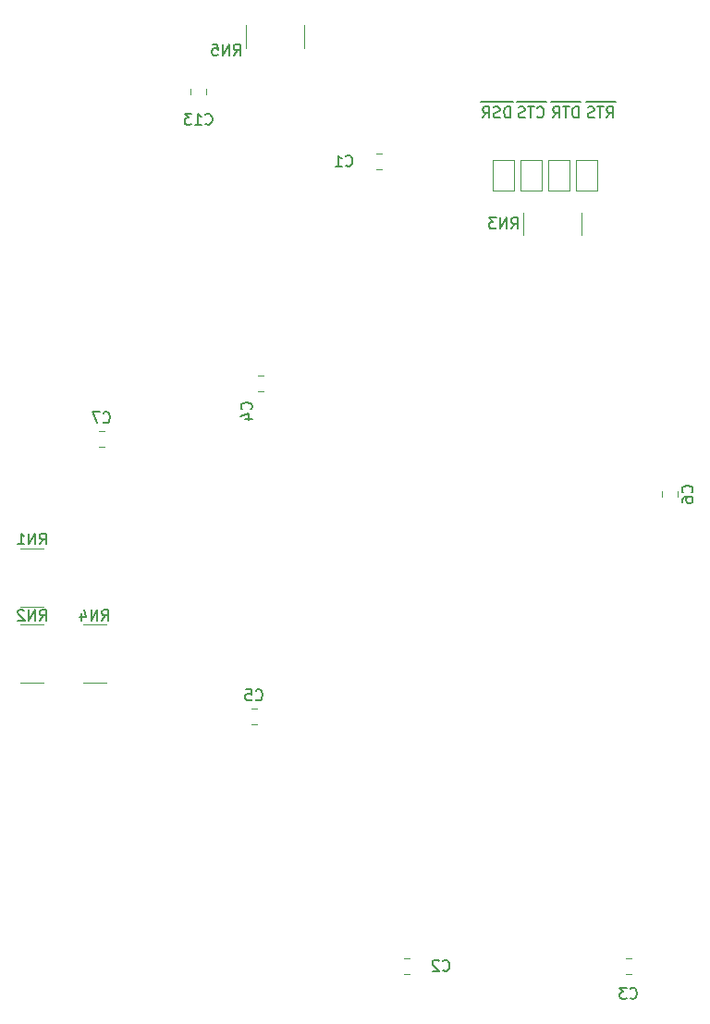
<source format=gbr>
G04 #@! TF.GenerationSoftware,KiCad,Pcbnew,(5.1.4)-1*
G04 #@! TF.CreationDate,2020-07-02T19:24:17-04:00*
G04 #@! TF.ProjectId,CPU8085,43505538-3038-4352-9e6b-696361645f70,A*
G04 #@! TF.SameCoordinates,Original*
G04 #@! TF.FileFunction,Legend,Bot*
G04 #@! TF.FilePolarity,Positive*
%FSLAX46Y46*%
G04 Gerber Fmt 4.6, Leading zero omitted, Abs format (unit mm)*
G04 Created by KiCad (PCBNEW (5.1.4)-1) date 2020-07-02 19:24:17*
%MOMM*%
%LPD*%
G04 APERTURE LIST*
%ADD10C,0.200000*%
%ADD11C,0.120000*%
%ADD12C,0.150000*%
G04 APERTURE END LIST*
D10*
X96607142Y-47915000D02*
X95607142Y-47915000D01*
X95797619Y-49252142D02*
X95845238Y-49299761D01*
X95988095Y-49347380D01*
X96083333Y-49347380D01*
X96226190Y-49299761D01*
X96321428Y-49204523D01*
X96369047Y-49109285D01*
X96416666Y-48918809D01*
X96416666Y-48775952D01*
X96369047Y-48585476D01*
X96321428Y-48490238D01*
X96226190Y-48395000D01*
X96083333Y-48347380D01*
X95988095Y-48347380D01*
X95845238Y-48395000D01*
X95797619Y-48442619D01*
X95607142Y-47915000D02*
X94845238Y-47915000D01*
X95511904Y-48347380D02*
X94940476Y-48347380D01*
X95226190Y-49347380D02*
X95226190Y-48347380D01*
X94845238Y-47915000D02*
X93892857Y-47915000D01*
X94654761Y-49299761D02*
X94511904Y-49347380D01*
X94273809Y-49347380D01*
X94178571Y-49299761D01*
X94130952Y-49252142D01*
X94083333Y-49156904D01*
X94083333Y-49061666D01*
X94130952Y-48966428D01*
X94178571Y-48918809D01*
X94273809Y-48871190D01*
X94464285Y-48823571D01*
X94559523Y-48775952D01*
X94607142Y-48728333D01*
X94654761Y-48633095D01*
X94654761Y-48537857D01*
X94607142Y-48442619D01*
X94559523Y-48395000D01*
X94464285Y-48347380D01*
X94226190Y-48347380D01*
X94083333Y-48395000D01*
X93551190Y-47915000D02*
X92551190Y-47915000D01*
X93313095Y-49347380D02*
X93313095Y-48347380D01*
X93075000Y-48347380D01*
X92932142Y-48395000D01*
X92836904Y-48490238D01*
X92789285Y-48585476D01*
X92741666Y-48775952D01*
X92741666Y-48918809D01*
X92789285Y-49109285D01*
X92836904Y-49204523D01*
X92932142Y-49299761D01*
X93075000Y-49347380D01*
X93313095Y-49347380D01*
X92551190Y-47915000D02*
X91598809Y-47915000D01*
X92360714Y-49299761D02*
X92217857Y-49347380D01*
X91979761Y-49347380D01*
X91884523Y-49299761D01*
X91836904Y-49252142D01*
X91789285Y-49156904D01*
X91789285Y-49061666D01*
X91836904Y-48966428D01*
X91884523Y-48918809D01*
X91979761Y-48871190D01*
X92170238Y-48823571D01*
X92265476Y-48775952D01*
X92313095Y-48728333D01*
X92360714Y-48633095D01*
X92360714Y-48537857D01*
X92313095Y-48442619D01*
X92265476Y-48395000D01*
X92170238Y-48347380D01*
X91932142Y-48347380D01*
X91789285Y-48395000D01*
X91598809Y-47915000D02*
X90598809Y-47915000D01*
X90789285Y-49347380D02*
X91122619Y-48871190D01*
X91360714Y-49347380D02*
X91360714Y-48347380D01*
X90979761Y-48347380D01*
X90884523Y-48395000D01*
X90836904Y-48442619D01*
X90789285Y-48537857D01*
X90789285Y-48680714D01*
X90836904Y-48775952D01*
X90884523Y-48823571D01*
X90979761Y-48871190D01*
X91360714Y-48871190D01*
X99805952Y-47915000D02*
X98805952Y-47915000D01*
X99567857Y-49347380D02*
X99567857Y-48347380D01*
X99329761Y-48347380D01*
X99186904Y-48395000D01*
X99091666Y-48490238D01*
X99044047Y-48585476D01*
X98996428Y-48775952D01*
X98996428Y-48918809D01*
X99044047Y-49109285D01*
X99091666Y-49204523D01*
X99186904Y-49299761D01*
X99329761Y-49347380D01*
X99567857Y-49347380D01*
X98805952Y-47915000D02*
X98044047Y-47915000D01*
X98710714Y-48347380D02*
X98139285Y-48347380D01*
X98425000Y-49347380D02*
X98425000Y-48347380D01*
X98044047Y-47915000D02*
X97044047Y-47915000D01*
X97234523Y-49347380D02*
X97567857Y-48871190D01*
X97805952Y-49347380D02*
X97805952Y-48347380D01*
X97425000Y-48347380D01*
X97329761Y-48395000D01*
X97282142Y-48442619D01*
X97234523Y-48537857D01*
X97234523Y-48680714D01*
X97282142Y-48775952D01*
X97329761Y-48823571D01*
X97425000Y-48871190D01*
X97805952Y-48871190D01*
X102957142Y-47915000D02*
X101957142Y-47915000D01*
X102147619Y-49347380D02*
X102480952Y-48871190D01*
X102719047Y-49347380D02*
X102719047Y-48347380D01*
X102338095Y-48347380D01*
X102242857Y-48395000D01*
X102195238Y-48442619D01*
X102147619Y-48537857D01*
X102147619Y-48680714D01*
X102195238Y-48775952D01*
X102242857Y-48823571D01*
X102338095Y-48871190D01*
X102719047Y-48871190D01*
X101957142Y-47915000D02*
X101195238Y-47915000D01*
X101861904Y-48347380D02*
X101290476Y-48347380D01*
X101576190Y-49347380D02*
X101576190Y-48347380D01*
X101195238Y-47915000D02*
X100242857Y-47915000D01*
X101004761Y-49299761D02*
X100861904Y-49347380D01*
X100623809Y-49347380D01*
X100528571Y-49299761D01*
X100480952Y-49252142D01*
X100433333Y-49156904D01*
X100433333Y-49061666D01*
X100480952Y-48966428D01*
X100528571Y-48918809D01*
X100623809Y-48871190D01*
X100814285Y-48823571D01*
X100909523Y-48775952D01*
X100957142Y-48728333D01*
X101004761Y-48633095D01*
X101004761Y-48537857D01*
X100957142Y-48442619D01*
X100909523Y-48395000D01*
X100814285Y-48347380D01*
X100576190Y-48347380D01*
X100433333Y-48395000D01*
D11*
X74425000Y-42960000D02*
X74425000Y-40860000D01*
X69085000Y-42960000D02*
X69085000Y-40860000D01*
X99825000Y-60105000D02*
X99825000Y-58005000D01*
X94485000Y-60105000D02*
X94485000Y-58005000D01*
X48480000Y-94110000D02*
X50580000Y-94110000D01*
X48480000Y-88770000D02*
X50580000Y-88770000D01*
X48480000Y-95755000D02*
X50580000Y-95755000D01*
X48480000Y-101095000D02*
X50580000Y-101095000D01*
X54195000Y-101095000D02*
X56295000Y-101095000D01*
X54195000Y-95755000D02*
X56295000Y-95755000D01*
X81018748Y-54050000D02*
X81541252Y-54050000D01*
X81018748Y-52630000D02*
X81541252Y-52630000D01*
X83558748Y-126290000D02*
X84081252Y-126290000D01*
X83558748Y-127710000D02*
X84081252Y-127710000D01*
X103878748Y-127710000D02*
X104401252Y-127710000D01*
X103878748Y-126290000D02*
X104401252Y-126290000D01*
X70746252Y-74370000D02*
X70223748Y-74370000D01*
X70746252Y-72950000D02*
X70223748Y-72950000D01*
X70111252Y-103430000D02*
X69588748Y-103430000D01*
X70111252Y-104850000D02*
X69588748Y-104850000D01*
X107240000Y-84081252D02*
X107240000Y-83558748D01*
X108660000Y-84081252D02*
X108660000Y-83558748D01*
X56141252Y-78030000D02*
X55618748Y-78030000D01*
X56141252Y-79450000D02*
X55618748Y-79450000D01*
X64060000Y-46728748D02*
X64060000Y-47251252D01*
X65480000Y-46728748D02*
X65480000Y-47251252D01*
X96790000Y-53210000D02*
X96790000Y-56010000D01*
X96790000Y-56010000D02*
X98790000Y-56010000D01*
X98790000Y-56010000D02*
X98790000Y-53210000D01*
X98790000Y-53210000D02*
X96790000Y-53210000D01*
X94250000Y-56010000D02*
X96250000Y-56010000D01*
X94250000Y-53210000D02*
X94250000Y-56010000D01*
X96250000Y-53210000D02*
X94250000Y-53210000D01*
X96250000Y-56010000D02*
X96250000Y-53210000D01*
X99330000Y-53225000D02*
X99330000Y-56025000D01*
X99330000Y-56025000D02*
X101330000Y-56025000D01*
X101330000Y-56025000D02*
X101330000Y-53225000D01*
X101330000Y-53225000D02*
X99330000Y-53225000D01*
X91710000Y-56010000D02*
X93710000Y-56010000D01*
X91710000Y-53210000D02*
X91710000Y-56010000D01*
X93710000Y-53210000D02*
X91710000Y-53210000D01*
X93710000Y-56010000D02*
X93710000Y-53210000D01*
D12*
X68000476Y-43632380D02*
X68333809Y-43156190D01*
X68571904Y-43632380D02*
X68571904Y-42632380D01*
X68190952Y-42632380D01*
X68095714Y-42680000D01*
X68048095Y-42727619D01*
X68000476Y-42822857D01*
X68000476Y-42965714D01*
X68048095Y-43060952D01*
X68095714Y-43108571D01*
X68190952Y-43156190D01*
X68571904Y-43156190D01*
X67571904Y-43632380D02*
X67571904Y-42632380D01*
X67000476Y-43632380D01*
X67000476Y-42632380D01*
X66048095Y-42632380D02*
X66524285Y-42632380D01*
X66571904Y-43108571D01*
X66524285Y-43060952D01*
X66429047Y-43013333D01*
X66190952Y-43013333D01*
X66095714Y-43060952D01*
X66048095Y-43108571D01*
X66000476Y-43203809D01*
X66000476Y-43441904D01*
X66048095Y-43537142D01*
X66095714Y-43584761D01*
X66190952Y-43632380D01*
X66429047Y-43632380D01*
X66524285Y-43584761D01*
X66571904Y-43537142D01*
X93400476Y-59507380D02*
X93733809Y-59031190D01*
X93971904Y-59507380D02*
X93971904Y-58507380D01*
X93590952Y-58507380D01*
X93495714Y-58555000D01*
X93448095Y-58602619D01*
X93400476Y-58697857D01*
X93400476Y-58840714D01*
X93448095Y-58935952D01*
X93495714Y-58983571D01*
X93590952Y-59031190D01*
X93971904Y-59031190D01*
X92971904Y-59507380D02*
X92971904Y-58507380D01*
X92400476Y-59507380D01*
X92400476Y-58507380D01*
X92019523Y-58507380D02*
X91400476Y-58507380D01*
X91733809Y-58888333D01*
X91590952Y-58888333D01*
X91495714Y-58935952D01*
X91448095Y-58983571D01*
X91400476Y-59078809D01*
X91400476Y-59316904D01*
X91448095Y-59412142D01*
X91495714Y-59459761D01*
X91590952Y-59507380D01*
X91876666Y-59507380D01*
X91971904Y-59459761D01*
X92019523Y-59412142D01*
X50220476Y-88392380D02*
X50553809Y-87916190D01*
X50791904Y-88392380D02*
X50791904Y-87392380D01*
X50410952Y-87392380D01*
X50315714Y-87440000D01*
X50268095Y-87487619D01*
X50220476Y-87582857D01*
X50220476Y-87725714D01*
X50268095Y-87820952D01*
X50315714Y-87868571D01*
X50410952Y-87916190D01*
X50791904Y-87916190D01*
X49791904Y-88392380D02*
X49791904Y-87392380D01*
X49220476Y-88392380D01*
X49220476Y-87392380D01*
X48220476Y-88392380D02*
X48791904Y-88392380D01*
X48506190Y-88392380D02*
X48506190Y-87392380D01*
X48601428Y-87535238D01*
X48696666Y-87630476D01*
X48791904Y-87678095D01*
X50220476Y-95377380D02*
X50553809Y-94901190D01*
X50791904Y-95377380D02*
X50791904Y-94377380D01*
X50410952Y-94377380D01*
X50315714Y-94425000D01*
X50268095Y-94472619D01*
X50220476Y-94567857D01*
X50220476Y-94710714D01*
X50268095Y-94805952D01*
X50315714Y-94853571D01*
X50410952Y-94901190D01*
X50791904Y-94901190D01*
X49791904Y-95377380D02*
X49791904Y-94377380D01*
X49220476Y-95377380D01*
X49220476Y-94377380D01*
X48791904Y-94472619D02*
X48744285Y-94425000D01*
X48649047Y-94377380D01*
X48410952Y-94377380D01*
X48315714Y-94425000D01*
X48268095Y-94472619D01*
X48220476Y-94567857D01*
X48220476Y-94663095D01*
X48268095Y-94805952D01*
X48839523Y-95377380D01*
X48220476Y-95377380D01*
X55935476Y-95377380D02*
X56268809Y-94901190D01*
X56506904Y-95377380D02*
X56506904Y-94377380D01*
X56125952Y-94377380D01*
X56030714Y-94425000D01*
X55983095Y-94472619D01*
X55935476Y-94567857D01*
X55935476Y-94710714D01*
X55983095Y-94805952D01*
X56030714Y-94853571D01*
X56125952Y-94901190D01*
X56506904Y-94901190D01*
X55506904Y-95377380D02*
X55506904Y-94377380D01*
X54935476Y-95377380D01*
X54935476Y-94377380D01*
X54030714Y-94710714D02*
X54030714Y-95377380D01*
X54268809Y-94329761D02*
X54506904Y-95044047D01*
X53887857Y-95044047D01*
X78271666Y-53697142D02*
X78319285Y-53744761D01*
X78462142Y-53792380D01*
X78557380Y-53792380D01*
X78700238Y-53744761D01*
X78795476Y-53649523D01*
X78843095Y-53554285D01*
X78890714Y-53363809D01*
X78890714Y-53220952D01*
X78843095Y-53030476D01*
X78795476Y-52935238D01*
X78700238Y-52840000D01*
X78557380Y-52792380D01*
X78462142Y-52792380D01*
X78319285Y-52840000D01*
X78271666Y-52887619D01*
X77319285Y-53792380D02*
X77890714Y-53792380D01*
X77605000Y-53792380D02*
X77605000Y-52792380D01*
X77700238Y-52935238D01*
X77795476Y-53030476D01*
X77890714Y-53078095D01*
X87161666Y-127357142D02*
X87209285Y-127404761D01*
X87352142Y-127452380D01*
X87447380Y-127452380D01*
X87590238Y-127404761D01*
X87685476Y-127309523D01*
X87733095Y-127214285D01*
X87780714Y-127023809D01*
X87780714Y-126880952D01*
X87733095Y-126690476D01*
X87685476Y-126595238D01*
X87590238Y-126500000D01*
X87447380Y-126452380D01*
X87352142Y-126452380D01*
X87209285Y-126500000D01*
X87161666Y-126547619D01*
X86780714Y-126547619D02*
X86733095Y-126500000D01*
X86637857Y-126452380D01*
X86399761Y-126452380D01*
X86304523Y-126500000D01*
X86256904Y-126547619D01*
X86209285Y-126642857D01*
X86209285Y-126738095D01*
X86256904Y-126880952D01*
X86828333Y-127452380D01*
X86209285Y-127452380D01*
X104306666Y-129897142D02*
X104354285Y-129944761D01*
X104497142Y-129992380D01*
X104592380Y-129992380D01*
X104735238Y-129944761D01*
X104830476Y-129849523D01*
X104878095Y-129754285D01*
X104925714Y-129563809D01*
X104925714Y-129420952D01*
X104878095Y-129230476D01*
X104830476Y-129135238D01*
X104735238Y-129040000D01*
X104592380Y-128992380D01*
X104497142Y-128992380D01*
X104354285Y-129040000D01*
X104306666Y-129087619D01*
X103973333Y-128992380D02*
X103354285Y-128992380D01*
X103687619Y-129373333D01*
X103544761Y-129373333D01*
X103449523Y-129420952D01*
X103401904Y-129468571D01*
X103354285Y-129563809D01*
X103354285Y-129801904D01*
X103401904Y-129897142D01*
X103449523Y-129944761D01*
X103544761Y-129992380D01*
X103830476Y-129992380D01*
X103925714Y-129944761D01*
X103973333Y-129897142D01*
X69572142Y-76033333D02*
X69619761Y-75985714D01*
X69667380Y-75842857D01*
X69667380Y-75747619D01*
X69619761Y-75604761D01*
X69524523Y-75509523D01*
X69429285Y-75461904D01*
X69238809Y-75414285D01*
X69095952Y-75414285D01*
X68905476Y-75461904D01*
X68810238Y-75509523D01*
X68715000Y-75604761D01*
X68667380Y-75747619D01*
X68667380Y-75842857D01*
X68715000Y-75985714D01*
X68762619Y-76033333D01*
X69000714Y-76890476D02*
X69667380Y-76890476D01*
X68619761Y-76652380D02*
X69334047Y-76414285D01*
X69334047Y-77033333D01*
X70016666Y-102592142D02*
X70064285Y-102639761D01*
X70207142Y-102687380D01*
X70302380Y-102687380D01*
X70445238Y-102639761D01*
X70540476Y-102544523D01*
X70588095Y-102449285D01*
X70635714Y-102258809D01*
X70635714Y-102115952D01*
X70588095Y-101925476D01*
X70540476Y-101830238D01*
X70445238Y-101735000D01*
X70302380Y-101687380D01*
X70207142Y-101687380D01*
X70064285Y-101735000D01*
X70016666Y-101782619D01*
X69111904Y-101687380D02*
X69588095Y-101687380D01*
X69635714Y-102163571D01*
X69588095Y-102115952D01*
X69492857Y-102068333D01*
X69254761Y-102068333D01*
X69159523Y-102115952D01*
X69111904Y-102163571D01*
X69064285Y-102258809D01*
X69064285Y-102496904D01*
X69111904Y-102592142D01*
X69159523Y-102639761D01*
X69254761Y-102687380D01*
X69492857Y-102687380D01*
X69588095Y-102639761D01*
X69635714Y-102592142D01*
X109957142Y-83653333D02*
X110004761Y-83605714D01*
X110052380Y-83462857D01*
X110052380Y-83367619D01*
X110004761Y-83224761D01*
X109909523Y-83129523D01*
X109814285Y-83081904D01*
X109623809Y-83034285D01*
X109480952Y-83034285D01*
X109290476Y-83081904D01*
X109195238Y-83129523D01*
X109100000Y-83224761D01*
X109052380Y-83367619D01*
X109052380Y-83462857D01*
X109100000Y-83605714D01*
X109147619Y-83653333D01*
X109052380Y-84510476D02*
X109052380Y-84320000D01*
X109100000Y-84224761D01*
X109147619Y-84177142D01*
X109290476Y-84081904D01*
X109480952Y-84034285D01*
X109861904Y-84034285D01*
X109957142Y-84081904D01*
X110004761Y-84129523D01*
X110052380Y-84224761D01*
X110052380Y-84415238D01*
X110004761Y-84510476D01*
X109957142Y-84558095D01*
X109861904Y-84605714D01*
X109623809Y-84605714D01*
X109528571Y-84558095D01*
X109480952Y-84510476D01*
X109433333Y-84415238D01*
X109433333Y-84224761D01*
X109480952Y-84129523D01*
X109528571Y-84081904D01*
X109623809Y-84034285D01*
X56046666Y-77192142D02*
X56094285Y-77239761D01*
X56237142Y-77287380D01*
X56332380Y-77287380D01*
X56475238Y-77239761D01*
X56570476Y-77144523D01*
X56618095Y-77049285D01*
X56665714Y-76858809D01*
X56665714Y-76715952D01*
X56618095Y-76525476D01*
X56570476Y-76430238D01*
X56475238Y-76335000D01*
X56332380Y-76287380D01*
X56237142Y-76287380D01*
X56094285Y-76335000D01*
X56046666Y-76382619D01*
X55713333Y-76287380D02*
X55046666Y-76287380D01*
X55475238Y-77287380D01*
X65412857Y-49887142D02*
X65460476Y-49934761D01*
X65603333Y-49982380D01*
X65698571Y-49982380D01*
X65841428Y-49934761D01*
X65936666Y-49839523D01*
X65984285Y-49744285D01*
X66031904Y-49553809D01*
X66031904Y-49410952D01*
X65984285Y-49220476D01*
X65936666Y-49125238D01*
X65841428Y-49030000D01*
X65698571Y-48982380D01*
X65603333Y-48982380D01*
X65460476Y-49030000D01*
X65412857Y-49077619D01*
X64460476Y-49982380D02*
X65031904Y-49982380D01*
X64746190Y-49982380D02*
X64746190Y-48982380D01*
X64841428Y-49125238D01*
X64936666Y-49220476D01*
X65031904Y-49268095D01*
X64127142Y-48982380D02*
X63508095Y-48982380D01*
X63841428Y-49363333D01*
X63698571Y-49363333D01*
X63603333Y-49410952D01*
X63555714Y-49458571D01*
X63508095Y-49553809D01*
X63508095Y-49791904D01*
X63555714Y-49887142D01*
X63603333Y-49934761D01*
X63698571Y-49982380D01*
X63984285Y-49982380D01*
X64079523Y-49934761D01*
X64127142Y-49887142D01*
M02*

</source>
